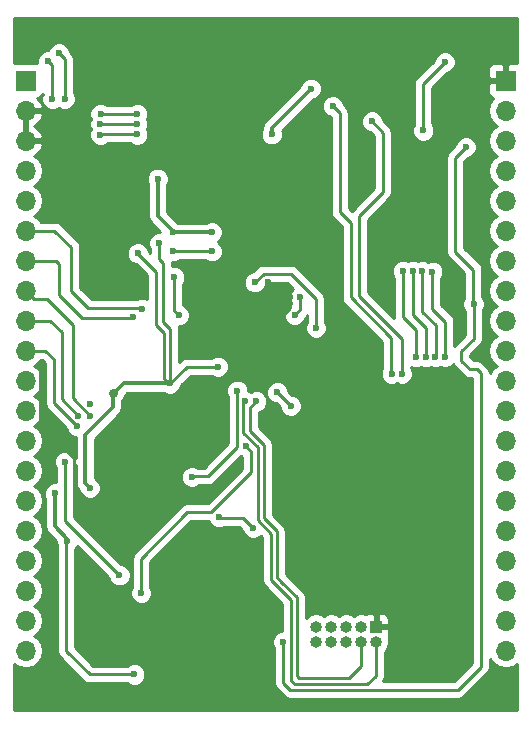
<source format=gbr>
G04 #@! TF.FileFunction,Copper,L2,Bot,Signal*
%FSLAX46Y46*%
G04 Gerber Fmt 4.6, Leading zero omitted, Abs format (unit mm)*
G04 Created by KiCad (PCBNEW 4.0.7) date 01/19/19 15:04:45*
%MOMM*%
%LPD*%
G01*
G04 APERTURE LIST*
%ADD10C,0.100000*%
%ADD11R,1.700000X1.700000*%
%ADD12O,1.700000X1.700000*%
%ADD13R,1.000000X1.000000*%
%ADD14O,1.000000X1.000000*%
%ADD15C,0.600000*%
%ADD16C,0.250000*%
%ADD17C,0.350000*%
%ADD18C,0.750000*%
%ADD19C,0.254000*%
G04 APERTURE END LIST*
D10*
D11*
X128680000Y-56000000D03*
D12*
X128680000Y-58540000D03*
X128680000Y-61080000D03*
X128680000Y-63620000D03*
X128680000Y-66160000D03*
X128680000Y-68700000D03*
X128680000Y-71240000D03*
X128680000Y-73780000D03*
X128680000Y-76320000D03*
X128680000Y-78860000D03*
X128680000Y-81400000D03*
X128680000Y-83940000D03*
X128680000Y-86480000D03*
X128680000Y-89020000D03*
X128680000Y-91560000D03*
X128680000Y-94100000D03*
X128680000Y-96640000D03*
X128680000Y-99180000D03*
X128680000Y-101720000D03*
X128680000Y-104260000D03*
D11*
X169320000Y-56000000D03*
D12*
X169320000Y-58540000D03*
X169320000Y-61080000D03*
X169320000Y-63620000D03*
X169320000Y-66160000D03*
X169320000Y-68700000D03*
X169320000Y-71240000D03*
X169320000Y-73780000D03*
X169320000Y-76320000D03*
X169320000Y-78860000D03*
X169320000Y-81400000D03*
X169320000Y-83940000D03*
X169320000Y-86480000D03*
X169320000Y-89020000D03*
X169320000Y-91560000D03*
X169320000Y-94100000D03*
X169320000Y-96640000D03*
X169320000Y-99180000D03*
X169320000Y-101720000D03*
X169320000Y-104260000D03*
D13*
X158353760Y-102229920D03*
D14*
X158353760Y-103499920D03*
X157083760Y-102229920D03*
X157083760Y-103499920D03*
X155813760Y-102229920D03*
X155813760Y-103499920D03*
X154543760Y-102229920D03*
X154543760Y-103499920D03*
X153273760Y-102229920D03*
X153273760Y-103499920D03*
D15*
X163367720Y-79390240D03*
X162278060Y-72143620D03*
X162549840Y-79405480D03*
X161450020Y-72143620D03*
X161726880Y-79400400D03*
X160599120Y-72130920D03*
X163111180Y-72171560D03*
X164211000Y-79375000D03*
X144452340Y-70444360D03*
X141150340Y-70431660D03*
X135011160Y-59674760D03*
X138140440Y-59674760D03*
X135021320Y-58821320D03*
X138145520Y-58821320D03*
X131495800Y-53695600D03*
X131983480Y-57525920D03*
X130954780Y-57536080D03*
X130611880Y-54371240D03*
X135016240Y-60558680D03*
X138135360Y-60553600D03*
X147843240Y-99308920D03*
X153306780Y-80490060D03*
X149184360Y-73058020D03*
X149108160Y-77160120D03*
X151043640Y-74279760D03*
X129895600Y-80126840D03*
X134531100Y-93840300D03*
X138196320Y-72633840D03*
X134119620Y-83337400D03*
X151950420Y-74307700D03*
X151455120Y-75841860D03*
X136626600Y-97873820D03*
X132029200Y-88252300D03*
X142750540Y-89555320D03*
X146598640Y-82245200D03*
X138440160Y-99385120D03*
X147302220Y-86959440D03*
X151124920Y-83527900D03*
X149997160Y-82392520D03*
X160553400Y-80807560D03*
X157998160Y-59448700D03*
X159669480Y-80802480D03*
X154680920Y-58150760D03*
X149504400Y-60538360D03*
X152847040Y-56667400D03*
X138508740Y-75323700D03*
X137764520Y-76032360D03*
X134157720Y-84373720D03*
X133106160Y-84353400D03*
X133027420Y-85257640D03*
X147294600Y-83157060D03*
X148224240Y-83134200D03*
X150505160Y-103510080D03*
X166603680Y-74904600D03*
X165963600Y-61607700D03*
X153276300Y-76923900D03*
X148087080Y-73075800D03*
X136093200Y-82468720D03*
X131160520Y-90937080D03*
X134127240Y-90479880D03*
X138181080Y-70622160D03*
X139971780Y-69745860D03*
X164180520Y-54406800D03*
X162351720Y-60213240D03*
X141274800Y-72656700D03*
X141640560Y-75857100D03*
X139857480Y-64305180D03*
X144465040Y-68828920D03*
X141142720Y-68849240D03*
X144978120Y-80205580D03*
X137891520Y-106273600D03*
X132207000Y-94983300D03*
X145061940Y-92971620D03*
X147924520Y-93863160D03*
X140914120Y-81633060D03*
D16*
X162278060Y-72143620D02*
X162278060Y-75572620D01*
X163410900Y-76705460D02*
X162278060Y-75572620D01*
X163410900Y-79347060D02*
X163410900Y-76705460D01*
X163410900Y-79347060D02*
X163367720Y-79390240D01*
X161450020Y-72143620D02*
X161450020Y-75839320D01*
X162542220Y-76931520D02*
X161450020Y-75839320D01*
X162542220Y-79397860D02*
X162542220Y-76931520D01*
X162542220Y-79397860D02*
X162549840Y-79405480D01*
X160599120Y-72130920D02*
X160599120Y-76009500D01*
X161726880Y-77137260D02*
X160599120Y-76009500D01*
X161726880Y-77137260D02*
X161726880Y-79400400D01*
X163111180Y-72171560D02*
X163111180Y-75293220D01*
X164205920Y-76387960D02*
X163111180Y-75293220D01*
X164205920Y-79369920D02*
X164205920Y-76387960D01*
X164205920Y-79369920D02*
X164211000Y-79375000D01*
X144439640Y-70431660D02*
X141150340Y-70431660D01*
X144439640Y-70431660D02*
X144452340Y-70444360D01*
X135011160Y-59674760D02*
X138140440Y-59674760D01*
X135021320Y-58821320D02*
X138145520Y-58821320D01*
X131978400Y-54178200D02*
X131495800Y-53695600D01*
X131978400Y-57520840D02*
X131978400Y-54178200D01*
X131983480Y-57525920D02*
X131978400Y-57520840D01*
X130611880Y-54371240D02*
X130952240Y-54711600D01*
X130952240Y-57533540D02*
X130952240Y-54711600D01*
X130952240Y-57533540D02*
X130954780Y-57536080D01*
X135021320Y-60553600D02*
X138135360Y-60553600D01*
X135021320Y-60553600D02*
X135016240Y-60558680D01*
D17*
X147843240Y-99308920D02*
X147853400Y-99308920D01*
D16*
X151028400Y-75239880D02*
X149108160Y-77160120D01*
X151028400Y-74295000D02*
X151028400Y-75239880D01*
X151043640Y-74279760D02*
X151028400Y-74295000D01*
X129895600Y-85029040D02*
X129895600Y-80126840D01*
X132770880Y-87904320D02*
X129895600Y-85029040D01*
X132770880Y-92080080D02*
X132770880Y-87904320D01*
X134531100Y-93840300D02*
X132770880Y-92080080D01*
X138196320Y-72633840D02*
X138196320Y-72649080D01*
X151950420Y-75346560D02*
X151950420Y-74307700D01*
X151455120Y-75841860D02*
X151950420Y-75346560D01*
X136626600Y-97873820D02*
X132029200Y-93276420D01*
X132029200Y-93276420D02*
X132029200Y-88252300D01*
X142750540Y-89555320D02*
X142796260Y-89509600D01*
X142796260Y-89509600D02*
X144119600Y-89509600D01*
X144119600Y-89509600D02*
X146598640Y-87030560D01*
X146598640Y-87030560D02*
X146598640Y-82245200D01*
X138440160Y-96459040D02*
X138440160Y-99385120D01*
X142372080Y-92527120D02*
X138440160Y-96459040D01*
X144406620Y-92527120D02*
X142372080Y-92527120D01*
X147782280Y-89151460D02*
X144406620Y-92527120D01*
X147782280Y-87439500D02*
X147782280Y-89151460D01*
X147302220Y-86959440D02*
X147782280Y-87439500D01*
X151124920Y-83520280D02*
X151124920Y-83527900D01*
X149997160Y-82392520D02*
X151124920Y-83520280D01*
X160553400Y-77851000D02*
X160553400Y-80807560D01*
X156911040Y-74208640D02*
X160553400Y-77851000D01*
X156911040Y-67442080D02*
X156911040Y-74208640D01*
X158935420Y-65417700D02*
X156911040Y-67442080D01*
X158935420Y-60385960D02*
X158935420Y-65417700D01*
X157998160Y-59448700D02*
X158935420Y-60385960D01*
X159654240Y-80787240D02*
X159669480Y-80802480D01*
X159654240Y-77805280D02*
X159654240Y-80787240D01*
X156199840Y-74350880D02*
X159654240Y-77805280D01*
X156199840Y-68011040D02*
X156199840Y-74350880D01*
X155265120Y-67076320D02*
X156199840Y-68011040D01*
X155265120Y-58729880D02*
X155265120Y-67076320D01*
X154686000Y-58150760D02*
X155265120Y-58729880D01*
X154686000Y-58145680D02*
X154686000Y-58150760D01*
X154680920Y-58150760D02*
X154686000Y-58145680D01*
D17*
X149504400Y-60010040D02*
X149504400Y-60538360D01*
X152847040Y-56667400D02*
X149504400Y-60010040D01*
D16*
X131123040Y-68700000D02*
X128680000Y-68700000D01*
X132542280Y-70119240D02*
X131123040Y-68700000D01*
X132542280Y-73837800D02*
X132542280Y-70119240D01*
X133959600Y-75255120D02*
X132542280Y-73837800D01*
X138440160Y-75255120D02*
X133959600Y-75255120D01*
X138508740Y-75323700D02*
X138440160Y-75255120D01*
X131280520Y-71240000D02*
X128680000Y-71240000D01*
X131536440Y-71495920D02*
X131280520Y-71240000D01*
X131536440Y-74122280D02*
X131536440Y-71495920D01*
X133466840Y-76052680D02*
X131536440Y-74122280D01*
X137744200Y-76052680D02*
X133466840Y-76052680D01*
X137764520Y-76032360D02*
X137744200Y-76052680D01*
X129403280Y-74503280D02*
X128680000Y-73780000D01*
X130520440Y-74503280D02*
X129403280Y-74503280D01*
X132669280Y-76652120D02*
X130520440Y-74503280D01*
X132669280Y-82885280D02*
X132669280Y-76652120D01*
X134157720Y-84373720D02*
X132669280Y-82885280D01*
X130736960Y-76320000D02*
X128680000Y-76320000D01*
X131719320Y-77302360D02*
X130736960Y-76320000D01*
X131719320Y-82966560D02*
X131719320Y-77302360D01*
X133106160Y-84353400D02*
X131719320Y-82966560D01*
X130363580Y-78860000D02*
X128680000Y-78860000D01*
X131079240Y-79575660D02*
X130363580Y-78860000D01*
X131079240Y-83309460D02*
X131079240Y-79575660D01*
X133027420Y-85257640D02*
X131079240Y-83309460D01*
X158353760Y-106365040D02*
X158353760Y-103499920D01*
X157599802Y-107118998D02*
X158353760Y-106365040D01*
X151447078Y-107118998D02*
X157599802Y-107118998D01*
X151165560Y-106837480D02*
X151447078Y-107118998D01*
X151165560Y-99959160D02*
X151165560Y-106837480D01*
X149473920Y-98267520D02*
X151165560Y-99959160D01*
X149473920Y-94348300D02*
X149473920Y-98267520D01*
X148346160Y-93220540D02*
X149473920Y-94348300D01*
X148346160Y-87030560D02*
X148346160Y-93220540D01*
X147119340Y-85803740D02*
X148346160Y-87030560D01*
X147119340Y-83332320D02*
X147119340Y-85803740D01*
X147294600Y-83157060D02*
X147119340Y-83332320D01*
X148846540Y-93042740D02*
X148846540Y-93057980D01*
X148224240Y-83134200D02*
X147665440Y-83693000D01*
X147665440Y-83693000D02*
X147665440Y-85636100D01*
X147665440Y-85636100D02*
X148846540Y-86817200D01*
X148846540Y-86817200D02*
X148846540Y-93042740D01*
X150334980Y-98430080D02*
X151648160Y-99743260D01*
X151648160Y-99743260D02*
X151648160Y-106392980D01*
X151648160Y-106392980D02*
X151818340Y-106563160D01*
X151818340Y-106563160D02*
X156093160Y-106563160D01*
X156093160Y-106563160D02*
X157083760Y-105572560D01*
X157083760Y-103499920D02*
X157083760Y-105572560D01*
X149946360Y-98041460D02*
X150334980Y-98430080D01*
X149946360Y-94157800D02*
X149946360Y-98041460D01*
X148846540Y-93057980D02*
X149946360Y-94157800D01*
X153977340Y-107569000D02*
X151099520Y-107569000D01*
X166603680Y-77830680D02*
X165562280Y-78872080D01*
X165562280Y-78872080D02*
X165562280Y-79692500D01*
X165562280Y-79692500D02*
X166314120Y-80444340D01*
X166314120Y-80444340D02*
X166908480Y-80444340D01*
X166908480Y-80444340D02*
X167220900Y-80756760D01*
X167220900Y-80756760D02*
X167220900Y-105613200D01*
X167220900Y-105613200D02*
X165265100Y-107569000D01*
X165265100Y-107569000D02*
X153977340Y-107569000D01*
X166603680Y-74904600D02*
X166603680Y-77830680D01*
X150505160Y-106974640D02*
X150505160Y-103510080D01*
X151099520Y-107569000D02*
X150505160Y-106974640D01*
X166578280Y-74879200D02*
X166603680Y-74904600D01*
X166578280Y-72001380D02*
X166578280Y-74879200D01*
X165069520Y-70492620D02*
X166578280Y-72001380D01*
X165069520Y-62501780D02*
X165069520Y-70492620D01*
X165963600Y-61607700D02*
X165069520Y-62501780D01*
X153276300Y-74462640D02*
X153276300Y-76923900D01*
X151142700Y-72329040D02*
X153276300Y-74462640D01*
X148833840Y-72329040D02*
X151142700Y-72329040D01*
X148087080Y-73075800D02*
X148833840Y-72329040D01*
D18*
X136039860Y-82468720D02*
X136039860Y-82423000D01*
X136093200Y-82468720D02*
X136039860Y-82468720D01*
D17*
X132207000Y-94983300D02*
X132207000Y-94785180D01*
X131160520Y-93738700D02*
X131160520Y-90937080D01*
X132207000Y-94785180D02*
X131160520Y-93738700D01*
X136039860Y-82423000D02*
X136039860Y-83667600D01*
X136039860Y-83667600D02*
X133731000Y-85976460D01*
X133731000Y-85976460D02*
X133731000Y-90083640D01*
X133731000Y-90083640D02*
X134127240Y-90479880D01*
X136039860Y-82423000D02*
X136179560Y-82423000D01*
X136179560Y-82423000D02*
X136969500Y-81633060D01*
X136969500Y-81633060D02*
X140914120Y-81633060D01*
D16*
X140914120Y-81633060D02*
X140736320Y-81633060D01*
X140736320Y-81633060D02*
X140395960Y-81292700D01*
X140395960Y-81292700D02*
X140395960Y-77370940D01*
X140395960Y-77370940D02*
X139720320Y-76695300D01*
X139720320Y-76695300D02*
X139720320Y-72176640D01*
X139720320Y-72176640D02*
X138181080Y-70637400D01*
X138181080Y-70637400D02*
X138181080Y-70622160D01*
X140914120Y-81633060D02*
X140914120Y-77028040D01*
X140914120Y-77028040D02*
X140329920Y-76443840D01*
X140329920Y-76443840D02*
X140329920Y-71437500D01*
X140329920Y-71437500D02*
X139971780Y-71079360D01*
X139971780Y-71079360D02*
X139971780Y-69745860D01*
X164180520Y-54429660D02*
X164180520Y-54406800D01*
X162306000Y-56304180D02*
X164180520Y-54429660D01*
X162306000Y-60167520D02*
X162306000Y-56304180D01*
X162351720Y-60213240D02*
X162306000Y-60167520D01*
X141274800Y-75491340D02*
X141274800Y-72656700D01*
X141640560Y-75857100D02*
X141274800Y-75491340D01*
D17*
X141142720Y-68849240D02*
X141142720Y-68722240D01*
X139857480Y-67437000D02*
X139857480Y-64305180D01*
X141142720Y-68722240D02*
X139857480Y-67437000D01*
X141163040Y-68828920D02*
X144465040Y-68828920D01*
X141142720Y-68849240D02*
X141163040Y-68828920D01*
D16*
X142341600Y-80205580D02*
X144978120Y-80205580D01*
X142341600Y-80205580D02*
X140914120Y-81633060D01*
X134112000Y-106273600D02*
X137891520Y-106273600D01*
X132100320Y-104261920D02*
X134112000Y-106273600D01*
X132100320Y-95089980D02*
X132100320Y-104261920D01*
X132207000Y-94983300D02*
X132100320Y-95089980D01*
X145074640Y-92984320D02*
X145061940Y-92971620D01*
X147045680Y-92984320D02*
X145074640Y-92984320D01*
X147924520Y-93863160D02*
X147045680Y-92984320D01*
D19*
G36*
X170290000Y-54515000D02*
X169605750Y-54515000D01*
X169447000Y-54673750D01*
X169447000Y-55873000D01*
X169467000Y-55873000D01*
X169467000Y-56127000D01*
X169447000Y-56127000D01*
X169447000Y-56147000D01*
X169193000Y-56147000D01*
X169193000Y-56127000D01*
X167993750Y-56127000D01*
X167835000Y-56285750D01*
X167835000Y-56976310D01*
X167931673Y-57209699D01*
X168110302Y-57388327D01*
X168284777Y-57460597D01*
X168240853Y-57489946D01*
X167918946Y-57971715D01*
X167805907Y-58540000D01*
X167918946Y-59108285D01*
X168240853Y-59590054D01*
X168570026Y-59810000D01*
X168240853Y-60029946D01*
X167918946Y-60511715D01*
X167805907Y-61080000D01*
X167918946Y-61648285D01*
X168240853Y-62130054D01*
X168570026Y-62350000D01*
X168240853Y-62569946D01*
X167918946Y-63051715D01*
X167805907Y-63620000D01*
X167918946Y-64188285D01*
X168240853Y-64670054D01*
X168570026Y-64890000D01*
X168240853Y-65109946D01*
X167918946Y-65591715D01*
X167805907Y-66160000D01*
X167918946Y-66728285D01*
X168240853Y-67210054D01*
X168570026Y-67430000D01*
X168240853Y-67649946D01*
X167918946Y-68131715D01*
X167805907Y-68700000D01*
X167918946Y-69268285D01*
X168240853Y-69750054D01*
X168570026Y-69970000D01*
X168240853Y-70189946D01*
X167918946Y-70671715D01*
X167805907Y-71240000D01*
X167918946Y-71808285D01*
X168240853Y-72290054D01*
X168570026Y-72510000D01*
X168240853Y-72729946D01*
X167918946Y-73211715D01*
X167805907Y-73780000D01*
X167918946Y-74348285D01*
X168240853Y-74830054D01*
X168570026Y-75050000D01*
X168240853Y-75269946D01*
X167918946Y-75751715D01*
X167805907Y-76320000D01*
X167918946Y-76888285D01*
X168240853Y-77370054D01*
X168570026Y-77590000D01*
X168240853Y-77809946D01*
X167918946Y-78291715D01*
X167805907Y-78860000D01*
X167918946Y-79428285D01*
X168240853Y-79910054D01*
X168570026Y-80130000D01*
X168240853Y-80349946D01*
X167978177Y-80743070D01*
X167923048Y-80465921D01*
X167758301Y-80219359D01*
X167445881Y-79906939D01*
X167199319Y-79742192D01*
X166908480Y-79684340D01*
X166628922Y-79684340D01*
X166322280Y-79377698D01*
X166322280Y-79186882D01*
X167141081Y-78368081D01*
X167305828Y-78121519D01*
X167363680Y-77830680D01*
X167363680Y-75467063D01*
X167395872Y-75434927D01*
X167538518Y-75091399D01*
X167538842Y-74719433D01*
X167396797Y-74375657D01*
X167338280Y-74317038D01*
X167338280Y-72001380D01*
X167280428Y-71710541D01*
X167115681Y-71463979D01*
X165829520Y-70177818D01*
X165829520Y-62816582D01*
X166103280Y-62542822D01*
X166148767Y-62542862D01*
X166492543Y-62400817D01*
X166755792Y-62138027D01*
X166898438Y-61794499D01*
X166898762Y-61422533D01*
X166756717Y-61078757D01*
X166493927Y-60815508D01*
X166150399Y-60672862D01*
X165778433Y-60672538D01*
X165434657Y-60814583D01*
X165171408Y-61077373D01*
X165028762Y-61420901D01*
X165028721Y-61467777D01*
X164532119Y-61964379D01*
X164367372Y-62210941D01*
X164309520Y-62501780D01*
X164309520Y-70492620D01*
X164367372Y-70783459D01*
X164532119Y-71030021D01*
X165818280Y-72316182D01*
X165818280Y-74367493D01*
X165811488Y-74374273D01*
X165668842Y-74717801D01*
X165668518Y-75089767D01*
X165810563Y-75433543D01*
X165843680Y-75466718D01*
X165843680Y-77515878D01*
X165024879Y-78334679D01*
X164965920Y-78422918D01*
X164965920Y-76387960D01*
X164908068Y-76097121D01*
X164743321Y-75850559D01*
X163871180Y-74978418D01*
X163871180Y-72734023D01*
X163903372Y-72701887D01*
X164046018Y-72358359D01*
X164046342Y-71986393D01*
X163904297Y-71642617D01*
X163641507Y-71379368D01*
X163297979Y-71236722D01*
X162926013Y-71236398D01*
X162728201Y-71318132D01*
X162464859Y-71208782D01*
X162092893Y-71208458D01*
X161863901Y-71303075D01*
X161636819Y-71208782D01*
X161264853Y-71208458D01*
X161039733Y-71301475D01*
X160785919Y-71196082D01*
X160413953Y-71195758D01*
X160070177Y-71337803D01*
X159806928Y-71600593D01*
X159664282Y-71944121D01*
X159663958Y-72316087D01*
X159806003Y-72659863D01*
X159839120Y-72693038D01*
X159839120Y-76009500D01*
X159852136Y-76074934D01*
X157671040Y-73893838D01*
X157671040Y-67756882D01*
X159472821Y-65955101D01*
X159637568Y-65708539D01*
X159695420Y-65417700D01*
X159695420Y-60398407D01*
X161416558Y-60398407D01*
X161558603Y-60742183D01*
X161821393Y-61005432D01*
X162164921Y-61148078D01*
X162536887Y-61148402D01*
X162880663Y-61006357D01*
X163143912Y-60743567D01*
X163286558Y-60400039D01*
X163286882Y-60028073D01*
X163144837Y-59684297D01*
X163066000Y-59605322D01*
X163066000Y-56618982D01*
X164343040Y-55341942D01*
X164365687Y-55341962D01*
X164709463Y-55199917D01*
X164885997Y-55023690D01*
X167835000Y-55023690D01*
X167835000Y-55714250D01*
X167993750Y-55873000D01*
X169193000Y-55873000D01*
X169193000Y-54673750D01*
X169034250Y-54515000D01*
X168343691Y-54515000D01*
X168110302Y-54611673D01*
X167931673Y-54790301D01*
X167835000Y-55023690D01*
X164885997Y-55023690D01*
X164972712Y-54937127D01*
X165115358Y-54593599D01*
X165115682Y-54221633D01*
X164973637Y-53877857D01*
X164710847Y-53614608D01*
X164367319Y-53471962D01*
X163995353Y-53471638D01*
X163651577Y-53613683D01*
X163388328Y-53876473D01*
X163245682Y-54220001D01*
X163245621Y-54289757D01*
X161768599Y-55766779D01*
X161603852Y-56013341D01*
X161546000Y-56304180D01*
X161546000Y-59715492D01*
X161416882Y-60026441D01*
X161416558Y-60398407D01*
X159695420Y-60398407D01*
X159695420Y-60385960D01*
X159637568Y-60095121D01*
X159472821Y-59848559D01*
X158933282Y-59309020D01*
X158933322Y-59263533D01*
X158791277Y-58919757D01*
X158528487Y-58656508D01*
X158184959Y-58513862D01*
X157812993Y-58513538D01*
X157469217Y-58655583D01*
X157205968Y-58918373D01*
X157063322Y-59261901D01*
X157062998Y-59633867D01*
X157205043Y-59977643D01*
X157467833Y-60240892D01*
X157811361Y-60383538D01*
X157858237Y-60383579D01*
X158175420Y-60700762D01*
X158175420Y-65102898D01*
X156373639Y-66904679D01*
X156291384Y-67027782D01*
X156025120Y-66761518D01*
X156025120Y-58729880D01*
X156016929Y-58688700D01*
X155967268Y-58439040D01*
X155802521Y-58192479D01*
X155616047Y-58006005D01*
X155616082Y-57965593D01*
X155474037Y-57621817D01*
X155211247Y-57358568D01*
X154867719Y-57215922D01*
X154495753Y-57215598D01*
X154151977Y-57357643D01*
X153888728Y-57620433D01*
X153746082Y-57963961D01*
X153745758Y-58335927D01*
X153887803Y-58679703D01*
X154150593Y-58942952D01*
X154494121Y-59085598D01*
X154505120Y-59085608D01*
X154505120Y-67076320D01*
X154562972Y-67367159D01*
X154727719Y-67613721D01*
X155439840Y-68325842D01*
X155439840Y-74350880D01*
X155497692Y-74641719D01*
X155662439Y-74888281D01*
X158894240Y-78120082D01*
X158894240Y-80255231D01*
X158877288Y-80272153D01*
X158734642Y-80615681D01*
X158734318Y-80987647D01*
X158876363Y-81331423D01*
X159139153Y-81594672D01*
X159482681Y-81737318D01*
X159854647Y-81737642D01*
X160105516Y-81633985D01*
X160366601Y-81742398D01*
X160738567Y-81742722D01*
X161082343Y-81600677D01*
X161345592Y-81337887D01*
X161488238Y-80994359D01*
X161488562Y-80622393D01*
X161346517Y-80278617D01*
X161313400Y-80245442D01*
X161313400Y-80241111D01*
X161540081Y-80335238D01*
X161912047Y-80335562D01*
X162132360Y-80244531D01*
X162363041Y-80340318D01*
X162735007Y-80340642D01*
X162977302Y-80240528D01*
X163180921Y-80325078D01*
X163552887Y-80325402D01*
X163807914Y-80220027D01*
X164024201Y-80309838D01*
X164396167Y-80310162D01*
X164739943Y-80168117D01*
X164886105Y-80022210D01*
X165024879Y-80229901D01*
X165776719Y-80981741D01*
X166023280Y-81146488D01*
X166314120Y-81204340D01*
X166460900Y-81204340D01*
X166460900Y-105298398D01*
X164950298Y-106809000D01*
X158953596Y-106809000D01*
X159055908Y-106655879D01*
X159113760Y-106365040D01*
X159113760Y-104353164D01*
X159156326Y-104324722D01*
X159402363Y-103956502D01*
X159488760Y-103522156D01*
X159488760Y-103477684D01*
X159405248Y-103057844D01*
X159488760Y-102856229D01*
X159488760Y-102515670D01*
X159330010Y-102356920D01*
X158480760Y-102356920D01*
X158480760Y-102367946D01*
X158353760Y-102342684D01*
X158226760Y-102367946D01*
X158226760Y-102356920D01*
X158206760Y-102356920D01*
X158206760Y-102312484D01*
X158218760Y-102252156D01*
X158218760Y-102207684D01*
X158206760Y-102147356D01*
X158206760Y-102102920D01*
X158226760Y-102102920D01*
X158226760Y-101253670D01*
X158480760Y-101253670D01*
X158480760Y-102102920D01*
X159330010Y-102102920D01*
X159488760Y-101944170D01*
X159488760Y-101603611D01*
X159392087Y-101370222D01*
X159213459Y-101191593D01*
X158980070Y-101094920D01*
X158639510Y-101094920D01*
X158480760Y-101253670D01*
X158226760Y-101253670D01*
X158068010Y-101094920D01*
X157727450Y-101094920D01*
X157538942Y-101173003D01*
X157518106Y-101159081D01*
X157083760Y-101072684D01*
X156649414Y-101159081D01*
X156448760Y-101293154D01*
X156248106Y-101159081D01*
X155813760Y-101072684D01*
X155379414Y-101159081D01*
X155178760Y-101293154D01*
X154978106Y-101159081D01*
X154543760Y-101072684D01*
X154109414Y-101159081D01*
X153908760Y-101293154D01*
X153708106Y-101159081D01*
X153273760Y-101072684D01*
X152839414Y-101159081D01*
X152471194Y-101405118D01*
X152408160Y-101499455D01*
X152408160Y-99743260D01*
X152350308Y-99452421D01*
X152185561Y-99205859D01*
X150706360Y-97726658D01*
X150706360Y-94157800D01*
X150682216Y-94036420D01*
X150648508Y-93866960D01*
X150483761Y-93620399D01*
X149606540Y-92743178D01*
X149606540Y-86817200D01*
X149548688Y-86526361D01*
X149383941Y-86279799D01*
X148425440Y-85321298D01*
X148425440Y-84062737D01*
X148753183Y-83927317D01*
X149016432Y-83664527D01*
X149159078Y-83320999D01*
X149159402Y-82949033D01*
X149017357Y-82605257D01*
X148989836Y-82577687D01*
X149061998Y-82577687D01*
X149204043Y-82921463D01*
X149466833Y-83184712D01*
X149810361Y-83327358D01*
X149857237Y-83327399D01*
X150189804Y-83659966D01*
X150189758Y-83713067D01*
X150331803Y-84056843D01*
X150594593Y-84320092D01*
X150938121Y-84462738D01*
X151310087Y-84463062D01*
X151653863Y-84321017D01*
X151917112Y-84058227D01*
X152059758Y-83714699D01*
X152060082Y-83342733D01*
X151918037Y-82998957D01*
X151655247Y-82735708D01*
X151311719Y-82593062D01*
X151272470Y-82593028D01*
X150932282Y-82252840D01*
X150932322Y-82207353D01*
X150790277Y-81863577D01*
X150527487Y-81600328D01*
X150183959Y-81457682D01*
X149811993Y-81457358D01*
X149468217Y-81599403D01*
X149204968Y-81862193D01*
X149062322Y-82205721D01*
X149061998Y-82577687D01*
X148989836Y-82577687D01*
X148754567Y-82342008D01*
X148411039Y-82199362D01*
X148039073Y-82199038D01*
X147731561Y-82326099D01*
X147533642Y-82243915D01*
X147533802Y-82060033D01*
X147391757Y-81716257D01*
X147128967Y-81453008D01*
X146785439Y-81310362D01*
X146413473Y-81310038D01*
X146069697Y-81452083D01*
X145806448Y-81714873D01*
X145663802Y-82058401D01*
X145663478Y-82430367D01*
X145805523Y-82774143D01*
X145838640Y-82807318D01*
X145838640Y-86715758D01*
X143804798Y-88749600D01*
X143248288Y-88749600D01*
X142937339Y-88620482D01*
X142565373Y-88620158D01*
X142221597Y-88762203D01*
X141958348Y-89024993D01*
X141815702Y-89368521D01*
X141815378Y-89740487D01*
X141957423Y-90084263D01*
X142220213Y-90347512D01*
X142563741Y-90490158D01*
X142935707Y-90490482D01*
X143279483Y-90348437D01*
X143358458Y-90269600D01*
X144119600Y-90269600D01*
X144410439Y-90211748D01*
X144657001Y-90047001D01*
X146899417Y-87804585D01*
X147022280Y-87855602D01*
X147022280Y-88836658D01*
X144091818Y-91767120D01*
X142372080Y-91767120D01*
X142081241Y-91824972D01*
X141834679Y-91989719D01*
X137902759Y-95921639D01*
X137738012Y-96168201D01*
X137680160Y-96459040D01*
X137680160Y-98822657D01*
X137647968Y-98854793D01*
X137505322Y-99198321D01*
X137504998Y-99570287D01*
X137647043Y-99914063D01*
X137909833Y-100177312D01*
X138253361Y-100319958D01*
X138625327Y-100320282D01*
X138969103Y-100178237D01*
X139232352Y-99915447D01*
X139374998Y-99571919D01*
X139375322Y-99199953D01*
X139233277Y-98856177D01*
X139200160Y-98823002D01*
X139200160Y-96773842D01*
X142686882Y-93287120D01*
X144180630Y-93287120D01*
X144268823Y-93500563D01*
X144531613Y-93763812D01*
X144875141Y-93906458D01*
X145247107Y-93906782D01*
X145590883Y-93764737D01*
X145611336Y-93744320D01*
X146730878Y-93744320D01*
X146989398Y-94002840D01*
X146989358Y-94048327D01*
X147131403Y-94392103D01*
X147394193Y-94655352D01*
X147737721Y-94797998D01*
X148109687Y-94798322D01*
X148453463Y-94656277D01*
X148580390Y-94529572D01*
X148713920Y-94663102D01*
X148713920Y-98267520D01*
X148771772Y-98558359D01*
X148936519Y-98804921D01*
X150405560Y-100273962D01*
X150405560Y-102574993D01*
X150319993Y-102574918D01*
X149976217Y-102716963D01*
X149712968Y-102979753D01*
X149570322Y-103323281D01*
X149569998Y-103695247D01*
X149712043Y-104039023D01*
X149745160Y-104072198D01*
X149745160Y-106974640D01*
X149803012Y-107265479D01*
X149967759Y-107512041D01*
X150562119Y-108106401D01*
X150808681Y-108271148D01*
X151099520Y-108329000D01*
X165265100Y-108329000D01*
X165555939Y-108271148D01*
X165802501Y-108106401D01*
X167758301Y-106150601D01*
X167923048Y-105904039D01*
X167980900Y-105613200D01*
X167980900Y-104921006D01*
X168240853Y-105310054D01*
X168722622Y-105631961D01*
X169290907Y-105745000D01*
X169349093Y-105745000D01*
X169917378Y-105631961D01*
X170290000Y-105382984D01*
X170290000Y-109290000D01*
X127710000Y-109290000D01*
X127710000Y-105382984D01*
X128082622Y-105631961D01*
X128650907Y-105745000D01*
X128709093Y-105745000D01*
X129277378Y-105631961D01*
X129759147Y-105310054D01*
X130081054Y-104828285D01*
X130194093Y-104260000D01*
X130081054Y-103691715D01*
X129759147Y-103209946D01*
X129429974Y-102990000D01*
X129759147Y-102770054D01*
X130081054Y-102288285D01*
X130194093Y-101720000D01*
X130081054Y-101151715D01*
X129759147Y-100669946D01*
X129429974Y-100450000D01*
X129759147Y-100230054D01*
X130081054Y-99748285D01*
X130194093Y-99180000D01*
X130081054Y-98611715D01*
X129759147Y-98129946D01*
X129429974Y-97910000D01*
X129759147Y-97690054D01*
X130081054Y-97208285D01*
X130194093Y-96640000D01*
X130081054Y-96071715D01*
X129759147Y-95589946D01*
X129429974Y-95370000D01*
X129759147Y-95150054D01*
X130081054Y-94668285D01*
X130194093Y-94100000D01*
X130081054Y-93531715D01*
X129759147Y-93049946D01*
X129429974Y-92830000D01*
X129759147Y-92610054D01*
X130081054Y-92128285D01*
X130194093Y-91560000D01*
X130081054Y-90991715D01*
X129759147Y-90509946D01*
X129429974Y-90290000D01*
X129759147Y-90070054D01*
X130081054Y-89588285D01*
X130194093Y-89020000D01*
X130081054Y-88451715D01*
X129759147Y-87969946D01*
X129429974Y-87750000D01*
X129759147Y-87530054D01*
X130081054Y-87048285D01*
X130194093Y-86480000D01*
X130081054Y-85911715D01*
X129759147Y-85429946D01*
X129429974Y-85210000D01*
X129759147Y-84990054D01*
X130081054Y-84508285D01*
X130194093Y-83940000D01*
X130081054Y-83371715D01*
X129759147Y-82889946D01*
X129429974Y-82670000D01*
X129759147Y-82450054D01*
X130081054Y-81968285D01*
X130194093Y-81400000D01*
X130081054Y-80831715D01*
X129759147Y-80349946D01*
X129429974Y-80130000D01*
X129759147Y-79910054D01*
X129952954Y-79620000D01*
X130048778Y-79620000D01*
X130319240Y-79890462D01*
X130319240Y-83309460D01*
X130377092Y-83600299D01*
X130541839Y-83846861D01*
X132092298Y-85397320D01*
X132092258Y-85442807D01*
X132234303Y-85786583D01*
X132497093Y-86049832D01*
X132840621Y-86192478D01*
X132921000Y-86192548D01*
X132921000Y-87962189D01*
X132822317Y-87723357D01*
X132559527Y-87460108D01*
X132215999Y-87317462D01*
X131844033Y-87317138D01*
X131500257Y-87459183D01*
X131237008Y-87721973D01*
X131094362Y-88065501D01*
X131094038Y-88437467D01*
X131236083Y-88781243D01*
X131269200Y-88814418D01*
X131269200Y-90002174D01*
X130975353Y-90001918D01*
X130631577Y-90143963D01*
X130368328Y-90406753D01*
X130225682Y-90750281D01*
X130225358Y-91122247D01*
X130350520Y-91425163D01*
X130350520Y-93738700D01*
X130412178Y-94048674D01*
X130587764Y-94311456D01*
X131271989Y-94995681D01*
X131271838Y-95168467D01*
X131340320Y-95334207D01*
X131340320Y-104261920D01*
X131398172Y-104552759D01*
X131562919Y-104799321D01*
X133574599Y-106811001D01*
X133821161Y-106975748D01*
X134112000Y-107033600D01*
X137329057Y-107033600D01*
X137361193Y-107065792D01*
X137704721Y-107208438D01*
X138076687Y-107208762D01*
X138420463Y-107066717D01*
X138683712Y-106803927D01*
X138826358Y-106460399D01*
X138826682Y-106088433D01*
X138684637Y-105744657D01*
X138421847Y-105481408D01*
X138078319Y-105338762D01*
X137706353Y-105338438D01*
X137362577Y-105480483D01*
X137329402Y-105513600D01*
X134426802Y-105513600D01*
X132860320Y-103947118D01*
X132860320Y-95652257D01*
X132999192Y-95513627D01*
X133055647Y-95377669D01*
X135691478Y-98013500D01*
X135691438Y-98058987D01*
X135833483Y-98402763D01*
X136096273Y-98666012D01*
X136439801Y-98808658D01*
X136811767Y-98808982D01*
X137155543Y-98666937D01*
X137418792Y-98404147D01*
X137561438Y-98060619D01*
X137561762Y-97688653D01*
X137419717Y-97344877D01*
X137156927Y-97081628D01*
X136813399Y-96938982D01*
X136766523Y-96938941D01*
X132789200Y-92961618D01*
X132789200Y-88814763D01*
X132821392Y-88782627D01*
X132921000Y-88542745D01*
X132921000Y-90083640D01*
X132982658Y-90393614D01*
X133057084Y-90505000D01*
X133158244Y-90656396D01*
X133209810Y-90707962D01*
X133334123Y-91008823D01*
X133596913Y-91272072D01*
X133940441Y-91414718D01*
X134312407Y-91415042D01*
X134656183Y-91272997D01*
X134919432Y-91010207D01*
X135062078Y-90666679D01*
X135062402Y-90294713D01*
X134920357Y-89950937D01*
X134657567Y-89687688D01*
X134541000Y-89639285D01*
X134541000Y-86311972D01*
X136612616Y-84240357D01*
X136765461Y-84011608D01*
X136788202Y-83977574D01*
X136849860Y-83667600D01*
X136849860Y-83119319D01*
X137026318Y-82855230D01*
X137059461Y-82688612D01*
X137305013Y-82443060D01*
X140426679Y-82443060D01*
X140727321Y-82567898D01*
X141099287Y-82568222D01*
X141443063Y-82426177D01*
X141706312Y-82163387D01*
X141848958Y-81819859D01*
X141848999Y-81772983D01*
X142656402Y-80965580D01*
X144415657Y-80965580D01*
X144447793Y-80997772D01*
X144791321Y-81140418D01*
X145163287Y-81140742D01*
X145507063Y-80998697D01*
X145770312Y-80735907D01*
X145912958Y-80392379D01*
X145913282Y-80020413D01*
X145771237Y-79676637D01*
X145508447Y-79413388D01*
X145164919Y-79270742D01*
X144792953Y-79270418D01*
X144449177Y-79412463D01*
X144416002Y-79445580D01*
X142341600Y-79445580D01*
X142050761Y-79503432D01*
X141804199Y-79668179D01*
X141674120Y-79798258D01*
X141674120Y-77028040D01*
X141627186Y-76792089D01*
X141825727Y-76792262D01*
X142169503Y-76650217D01*
X142432752Y-76387427D01*
X142575398Y-76043899D01*
X142575722Y-75671933D01*
X142433677Y-75328157D01*
X142170887Y-75064908D01*
X142034800Y-75008399D01*
X142034800Y-73260967D01*
X147151918Y-73260967D01*
X147293963Y-73604743D01*
X147556753Y-73867992D01*
X147900281Y-74010638D01*
X148272247Y-74010962D01*
X148616023Y-73868917D01*
X148879272Y-73606127D01*
X149021918Y-73262599D01*
X149021959Y-73215723D01*
X149148642Y-73089040D01*
X150827898Y-73089040D01*
X151337386Y-73598528D01*
X151158228Y-73777373D01*
X151015582Y-74120901D01*
X151015258Y-74492867D01*
X151157303Y-74836643D01*
X151190420Y-74869818D01*
X151190420Y-74939560D01*
X150926177Y-75048743D01*
X150662928Y-75311533D01*
X150520282Y-75655061D01*
X150519958Y-76027027D01*
X150662003Y-76370803D01*
X150924793Y-76634052D01*
X151268321Y-76776698D01*
X151640287Y-76777022D01*
X151984063Y-76634977D01*
X152247312Y-76372187D01*
X152389958Y-76028659D01*
X152389999Y-75981783D01*
X152487821Y-75883961D01*
X152516300Y-75841339D01*
X152516300Y-76361437D01*
X152484108Y-76393573D01*
X152341462Y-76737101D01*
X152341138Y-77109067D01*
X152483183Y-77452843D01*
X152745973Y-77716092D01*
X153089501Y-77858738D01*
X153461467Y-77859062D01*
X153805243Y-77717017D01*
X154068492Y-77454227D01*
X154211138Y-77110699D01*
X154211462Y-76738733D01*
X154069417Y-76394957D01*
X154036300Y-76361782D01*
X154036300Y-74462640D01*
X153978448Y-74171801D01*
X153813701Y-73925239D01*
X151680101Y-71791639D01*
X151433539Y-71626892D01*
X151142700Y-71569040D01*
X148833840Y-71569040D01*
X148543001Y-71626892D01*
X148296439Y-71791639D01*
X147947400Y-72140678D01*
X147901913Y-72140638D01*
X147558137Y-72282683D01*
X147294888Y-72545473D01*
X147152242Y-72889001D01*
X147151918Y-73260967D01*
X142034800Y-73260967D01*
X142034800Y-73219163D01*
X142066992Y-73187027D01*
X142209638Y-72843499D01*
X142209962Y-72471533D01*
X142067917Y-72127757D01*
X141805127Y-71864508D01*
X141461599Y-71721862D01*
X141089920Y-71721538D01*
X141089920Y-71437500D01*
X141075816Y-71366596D01*
X141335507Y-71366822D01*
X141679283Y-71224777D01*
X141712458Y-71191660D01*
X143877199Y-71191660D01*
X143922013Y-71236552D01*
X144265541Y-71379198D01*
X144637507Y-71379522D01*
X144981283Y-71237477D01*
X145244532Y-70974687D01*
X145387178Y-70631159D01*
X145387502Y-70259193D01*
X145245457Y-69915417D01*
X144982667Y-69652168D01*
X144951940Y-69639409D01*
X144993983Y-69622037D01*
X145257232Y-69359247D01*
X145399878Y-69015719D01*
X145400202Y-68643753D01*
X145258157Y-68299977D01*
X144995367Y-68036728D01*
X144651839Y-67894082D01*
X144279873Y-67893758D01*
X143976957Y-68018920D01*
X141584913Y-68018920D01*
X140667480Y-67101488D01*
X140667480Y-64792621D01*
X140792318Y-64491979D01*
X140792642Y-64120013D01*
X140650597Y-63776237D01*
X140387807Y-63512988D01*
X140044279Y-63370342D01*
X139672313Y-63370018D01*
X139328537Y-63512063D01*
X139065288Y-63774853D01*
X138922642Y-64118381D01*
X138922318Y-64490347D01*
X139047480Y-64793263D01*
X139047480Y-67437000D01*
X139109138Y-67746974D01*
X139260764Y-67973898D01*
X139284724Y-68009756D01*
X140085926Y-68810959D01*
X139786613Y-68810698D01*
X139442837Y-68952743D01*
X139179588Y-69215533D01*
X139036942Y-69559061D01*
X139036618Y-69931027D01*
X139178663Y-70274803D01*
X139211780Y-70307978D01*
X139211780Y-70593298D01*
X139116189Y-70497707D01*
X139116242Y-70436993D01*
X138974197Y-70093217D01*
X138711407Y-69829968D01*
X138367879Y-69687322D01*
X137995913Y-69686998D01*
X137652137Y-69829043D01*
X137388888Y-70091833D01*
X137246242Y-70435361D01*
X137245918Y-70807327D01*
X137387963Y-71151103D01*
X137650753Y-71414352D01*
X137994281Y-71556998D01*
X138025904Y-71557026D01*
X138960320Y-72491442D01*
X138960320Y-74498809D01*
X138695539Y-74388862D01*
X138323573Y-74388538D01*
X138065624Y-74495120D01*
X134274402Y-74495120D01*
X133302280Y-73522998D01*
X133302280Y-70119240D01*
X133244428Y-69828401D01*
X133244428Y-69828400D01*
X133079681Y-69581839D01*
X131660441Y-68162599D01*
X131413879Y-67997852D01*
X131123040Y-67940000D01*
X129952954Y-67940000D01*
X129759147Y-67649946D01*
X129429974Y-67430000D01*
X129759147Y-67210054D01*
X130081054Y-66728285D01*
X130194093Y-66160000D01*
X130081054Y-65591715D01*
X129759147Y-65109946D01*
X129429974Y-64890000D01*
X129759147Y-64670054D01*
X130081054Y-64188285D01*
X130194093Y-63620000D01*
X130081054Y-63051715D01*
X129759147Y-62569946D01*
X129418447Y-62342298D01*
X129561358Y-62275183D01*
X129951645Y-61846924D01*
X130121476Y-61436890D01*
X130000155Y-61207000D01*
X128807000Y-61207000D01*
X128807000Y-61227000D01*
X128553000Y-61227000D01*
X128553000Y-61207000D01*
X128533000Y-61207000D01*
X128533000Y-60953000D01*
X128553000Y-60953000D01*
X128553000Y-58667000D01*
X128807000Y-58667000D01*
X128807000Y-60953000D01*
X130000155Y-60953000D01*
X130121476Y-60723110D01*
X129951645Y-60313076D01*
X129561358Y-59884817D01*
X129508359Y-59859927D01*
X134075998Y-59859927D01*
X134184722Y-60123060D01*
X134081402Y-60371881D01*
X134081078Y-60743847D01*
X134223123Y-61087623D01*
X134485913Y-61350872D01*
X134829441Y-61493518D01*
X135201407Y-61493842D01*
X135545183Y-61351797D01*
X135583447Y-61313600D01*
X137572897Y-61313600D01*
X137605033Y-61345792D01*
X137948561Y-61488438D01*
X138320527Y-61488762D01*
X138664303Y-61346717D01*
X138927552Y-61083927D01*
X139070198Y-60740399D01*
X139070212Y-60723527D01*
X148569238Y-60723527D01*
X148711283Y-61067303D01*
X148974073Y-61330552D01*
X149317601Y-61473198D01*
X149689567Y-61473522D01*
X150033343Y-61331477D01*
X150296592Y-61068687D01*
X150439238Y-60725159D01*
X150439562Y-60353193D01*
X150400733Y-60259219D01*
X153075124Y-57584829D01*
X153375983Y-57460517D01*
X153639232Y-57197727D01*
X153781878Y-56854199D01*
X153782202Y-56482233D01*
X153640157Y-56138457D01*
X153377367Y-55875208D01*
X153033839Y-55732562D01*
X152661873Y-55732238D01*
X152318097Y-55874283D01*
X152054848Y-56137073D01*
X151929156Y-56439771D01*
X148931644Y-59437284D01*
X148756058Y-59700066D01*
X148694400Y-60010040D01*
X148694400Y-60050919D01*
X148569562Y-60351561D01*
X148569238Y-60723527D01*
X139070212Y-60723527D01*
X139070522Y-60368433D01*
X138967917Y-60120111D01*
X139075278Y-59861559D01*
X139075602Y-59489593D01*
X138978258Y-59254002D01*
X139080358Y-59008119D01*
X139080682Y-58636153D01*
X138938637Y-58292377D01*
X138675847Y-58029128D01*
X138332319Y-57886482D01*
X137960353Y-57886158D01*
X137616577Y-58028203D01*
X137583402Y-58061320D01*
X135583783Y-58061320D01*
X135551647Y-58029128D01*
X135208119Y-57886482D01*
X134836153Y-57886158D01*
X134492377Y-58028203D01*
X134229128Y-58290993D01*
X134086482Y-58634521D01*
X134086158Y-59006487D01*
X134180968Y-59235946D01*
X134076322Y-59487961D01*
X134075998Y-59859927D01*
X129508359Y-59859927D01*
X129402046Y-59810000D01*
X129561358Y-59735183D01*
X129951645Y-59306924D01*
X130121476Y-58896890D01*
X130000155Y-58667000D01*
X128807000Y-58667000D01*
X128553000Y-58667000D01*
X128533000Y-58667000D01*
X128533000Y-58413000D01*
X128553000Y-58413000D01*
X128553000Y-58393000D01*
X128807000Y-58393000D01*
X128807000Y-58413000D01*
X130000155Y-58413000D01*
X130121476Y-58183110D01*
X129951645Y-57773076D01*
X129675499Y-57470063D01*
X129765317Y-57453162D01*
X129981441Y-57314090D01*
X130116839Y-57115928D01*
X130019942Y-57349281D01*
X130019618Y-57721247D01*
X130161663Y-58065023D01*
X130424453Y-58328272D01*
X130767981Y-58470918D01*
X131139947Y-58471242D01*
X131481781Y-58329999D01*
X131796681Y-58460758D01*
X132168647Y-58461082D01*
X132512423Y-58319037D01*
X132775672Y-58056247D01*
X132918318Y-57712719D01*
X132918642Y-57340753D01*
X132776597Y-56996977D01*
X132738400Y-56958713D01*
X132738400Y-54178200D01*
X132680548Y-53887361D01*
X132680548Y-53887360D01*
X132515801Y-53640799D01*
X132430922Y-53555920D01*
X132430962Y-53510433D01*
X132288917Y-53166657D01*
X132026127Y-52903408D01*
X131682599Y-52760762D01*
X131310633Y-52760438D01*
X130966857Y-52902483D01*
X130703608Y-53165273D01*
X130591100Y-53436221D01*
X130426713Y-53436078D01*
X130082937Y-53578123D01*
X129819688Y-53840913D01*
X129677042Y-54184441D01*
X129676739Y-54532275D01*
X129530000Y-54502560D01*
X127830000Y-54502560D01*
X127710000Y-54525140D01*
X127710000Y-50710000D01*
X170290000Y-50710000D01*
X170290000Y-54515000D01*
X170290000Y-54515000D01*
G37*
X170290000Y-54515000D02*
X169605750Y-54515000D01*
X169447000Y-54673750D01*
X169447000Y-55873000D01*
X169467000Y-55873000D01*
X169467000Y-56127000D01*
X169447000Y-56127000D01*
X169447000Y-56147000D01*
X169193000Y-56147000D01*
X169193000Y-56127000D01*
X167993750Y-56127000D01*
X167835000Y-56285750D01*
X167835000Y-56976310D01*
X167931673Y-57209699D01*
X168110302Y-57388327D01*
X168284777Y-57460597D01*
X168240853Y-57489946D01*
X167918946Y-57971715D01*
X167805907Y-58540000D01*
X167918946Y-59108285D01*
X168240853Y-59590054D01*
X168570026Y-59810000D01*
X168240853Y-60029946D01*
X167918946Y-60511715D01*
X167805907Y-61080000D01*
X167918946Y-61648285D01*
X168240853Y-62130054D01*
X168570026Y-62350000D01*
X168240853Y-62569946D01*
X167918946Y-63051715D01*
X167805907Y-63620000D01*
X167918946Y-64188285D01*
X168240853Y-64670054D01*
X168570026Y-64890000D01*
X168240853Y-65109946D01*
X167918946Y-65591715D01*
X167805907Y-66160000D01*
X167918946Y-66728285D01*
X168240853Y-67210054D01*
X168570026Y-67430000D01*
X168240853Y-67649946D01*
X167918946Y-68131715D01*
X167805907Y-68700000D01*
X167918946Y-69268285D01*
X168240853Y-69750054D01*
X168570026Y-69970000D01*
X168240853Y-70189946D01*
X167918946Y-70671715D01*
X167805907Y-71240000D01*
X167918946Y-71808285D01*
X168240853Y-72290054D01*
X168570026Y-72510000D01*
X168240853Y-72729946D01*
X167918946Y-73211715D01*
X167805907Y-73780000D01*
X167918946Y-74348285D01*
X168240853Y-74830054D01*
X168570026Y-75050000D01*
X168240853Y-75269946D01*
X167918946Y-75751715D01*
X167805907Y-76320000D01*
X167918946Y-76888285D01*
X168240853Y-77370054D01*
X168570026Y-77590000D01*
X168240853Y-77809946D01*
X167918946Y-78291715D01*
X167805907Y-78860000D01*
X167918946Y-79428285D01*
X168240853Y-79910054D01*
X168570026Y-80130000D01*
X168240853Y-80349946D01*
X167978177Y-80743070D01*
X167923048Y-80465921D01*
X167758301Y-80219359D01*
X167445881Y-79906939D01*
X167199319Y-79742192D01*
X166908480Y-79684340D01*
X166628922Y-79684340D01*
X166322280Y-79377698D01*
X166322280Y-79186882D01*
X167141081Y-78368081D01*
X167305828Y-78121519D01*
X167363680Y-77830680D01*
X167363680Y-75467063D01*
X167395872Y-75434927D01*
X167538518Y-75091399D01*
X167538842Y-74719433D01*
X167396797Y-74375657D01*
X167338280Y-74317038D01*
X167338280Y-72001380D01*
X167280428Y-71710541D01*
X167115681Y-71463979D01*
X165829520Y-70177818D01*
X165829520Y-62816582D01*
X166103280Y-62542822D01*
X166148767Y-62542862D01*
X166492543Y-62400817D01*
X166755792Y-62138027D01*
X166898438Y-61794499D01*
X166898762Y-61422533D01*
X166756717Y-61078757D01*
X166493927Y-60815508D01*
X166150399Y-60672862D01*
X165778433Y-60672538D01*
X165434657Y-60814583D01*
X165171408Y-61077373D01*
X165028762Y-61420901D01*
X165028721Y-61467777D01*
X164532119Y-61964379D01*
X164367372Y-62210941D01*
X164309520Y-62501780D01*
X164309520Y-70492620D01*
X164367372Y-70783459D01*
X164532119Y-71030021D01*
X165818280Y-72316182D01*
X165818280Y-74367493D01*
X165811488Y-74374273D01*
X165668842Y-74717801D01*
X165668518Y-75089767D01*
X165810563Y-75433543D01*
X165843680Y-75466718D01*
X165843680Y-77515878D01*
X165024879Y-78334679D01*
X164965920Y-78422918D01*
X164965920Y-76387960D01*
X164908068Y-76097121D01*
X164743321Y-75850559D01*
X163871180Y-74978418D01*
X163871180Y-72734023D01*
X163903372Y-72701887D01*
X164046018Y-72358359D01*
X164046342Y-71986393D01*
X163904297Y-71642617D01*
X163641507Y-71379368D01*
X163297979Y-71236722D01*
X162926013Y-71236398D01*
X162728201Y-71318132D01*
X162464859Y-71208782D01*
X162092893Y-71208458D01*
X161863901Y-71303075D01*
X161636819Y-71208782D01*
X161264853Y-71208458D01*
X161039733Y-71301475D01*
X160785919Y-71196082D01*
X160413953Y-71195758D01*
X160070177Y-71337803D01*
X159806928Y-71600593D01*
X159664282Y-71944121D01*
X159663958Y-72316087D01*
X159806003Y-72659863D01*
X159839120Y-72693038D01*
X159839120Y-76009500D01*
X159852136Y-76074934D01*
X157671040Y-73893838D01*
X157671040Y-67756882D01*
X159472821Y-65955101D01*
X159637568Y-65708539D01*
X159695420Y-65417700D01*
X159695420Y-60398407D01*
X161416558Y-60398407D01*
X161558603Y-60742183D01*
X161821393Y-61005432D01*
X162164921Y-61148078D01*
X162536887Y-61148402D01*
X162880663Y-61006357D01*
X163143912Y-60743567D01*
X163286558Y-60400039D01*
X163286882Y-60028073D01*
X163144837Y-59684297D01*
X163066000Y-59605322D01*
X163066000Y-56618982D01*
X164343040Y-55341942D01*
X164365687Y-55341962D01*
X164709463Y-55199917D01*
X164885997Y-55023690D01*
X167835000Y-55023690D01*
X167835000Y-55714250D01*
X167993750Y-55873000D01*
X169193000Y-55873000D01*
X169193000Y-54673750D01*
X169034250Y-54515000D01*
X168343691Y-54515000D01*
X168110302Y-54611673D01*
X167931673Y-54790301D01*
X167835000Y-55023690D01*
X164885997Y-55023690D01*
X164972712Y-54937127D01*
X165115358Y-54593599D01*
X165115682Y-54221633D01*
X164973637Y-53877857D01*
X164710847Y-53614608D01*
X164367319Y-53471962D01*
X163995353Y-53471638D01*
X163651577Y-53613683D01*
X163388328Y-53876473D01*
X163245682Y-54220001D01*
X163245621Y-54289757D01*
X161768599Y-55766779D01*
X161603852Y-56013341D01*
X161546000Y-56304180D01*
X161546000Y-59715492D01*
X161416882Y-60026441D01*
X161416558Y-60398407D01*
X159695420Y-60398407D01*
X159695420Y-60385960D01*
X159637568Y-60095121D01*
X159472821Y-59848559D01*
X158933282Y-59309020D01*
X158933322Y-59263533D01*
X158791277Y-58919757D01*
X158528487Y-58656508D01*
X158184959Y-58513862D01*
X157812993Y-58513538D01*
X157469217Y-58655583D01*
X157205968Y-58918373D01*
X157063322Y-59261901D01*
X157062998Y-59633867D01*
X157205043Y-59977643D01*
X157467833Y-60240892D01*
X157811361Y-60383538D01*
X157858237Y-60383579D01*
X158175420Y-60700762D01*
X158175420Y-65102898D01*
X156373639Y-66904679D01*
X156291384Y-67027782D01*
X156025120Y-66761518D01*
X156025120Y-58729880D01*
X156016929Y-58688700D01*
X155967268Y-58439040D01*
X155802521Y-58192479D01*
X155616047Y-58006005D01*
X155616082Y-57965593D01*
X155474037Y-57621817D01*
X155211247Y-57358568D01*
X154867719Y-57215922D01*
X154495753Y-57215598D01*
X154151977Y-57357643D01*
X153888728Y-57620433D01*
X153746082Y-57963961D01*
X153745758Y-58335927D01*
X153887803Y-58679703D01*
X154150593Y-58942952D01*
X154494121Y-59085598D01*
X154505120Y-59085608D01*
X154505120Y-67076320D01*
X154562972Y-67367159D01*
X154727719Y-67613721D01*
X155439840Y-68325842D01*
X155439840Y-74350880D01*
X155497692Y-74641719D01*
X155662439Y-74888281D01*
X158894240Y-78120082D01*
X158894240Y-80255231D01*
X158877288Y-80272153D01*
X158734642Y-80615681D01*
X158734318Y-80987647D01*
X158876363Y-81331423D01*
X159139153Y-81594672D01*
X159482681Y-81737318D01*
X159854647Y-81737642D01*
X160105516Y-81633985D01*
X160366601Y-81742398D01*
X160738567Y-81742722D01*
X161082343Y-81600677D01*
X161345592Y-81337887D01*
X161488238Y-80994359D01*
X161488562Y-80622393D01*
X161346517Y-80278617D01*
X161313400Y-80245442D01*
X161313400Y-80241111D01*
X161540081Y-80335238D01*
X161912047Y-80335562D01*
X162132360Y-80244531D01*
X162363041Y-80340318D01*
X162735007Y-80340642D01*
X162977302Y-80240528D01*
X163180921Y-80325078D01*
X163552887Y-80325402D01*
X163807914Y-80220027D01*
X164024201Y-80309838D01*
X164396167Y-80310162D01*
X164739943Y-80168117D01*
X164886105Y-80022210D01*
X165024879Y-80229901D01*
X165776719Y-80981741D01*
X166023280Y-81146488D01*
X166314120Y-81204340D01*
X166460900Y-81204340D01*
X166460900Y-105298398D01*
X164950298Y-106809000D01*
X158953596Y-106809000D01*
X159055908Y-106655879D01*
X159113760Y-106365040D01*
X159113760Y-104353164D01*
X159156326Y-104324722D01*
X159402363Y-103956502D01*
X159488760Y-103522156D01*
X159488760Y-103477684D01*
X159405248Y-103057844D01*
X159488760Y-102856229D01*
X159488760Y-102515670D01*
X159330010Y-102356920D01*
X158480760Y-102356920D01*
X158480760Y-102367946D01*
X158353760Y-102342684D01*
X158226760Y-102367946D01*
X158226760Y-102356920D01*
X158206760Y-102356920D01*
X158206760Y-102312484D01*
X158218760Y-102252156D01*
X158218760Y-102207684D01*
X158206760Y-102147356D01*
X158206760Y-102102920D01*
X158226760Y-102102920D01*
X158226760Y-101253670D01*
X158480760Y-101253670D01*
X158480760Y-102102920D01*
X159330010Y-102102920D01*
X159488760Y-101944170D01*
X159488760Y-101603611D01*
X159392087Y-101370222D01*
X159213459Y-101191593D01*
X158980070Y-101094920D01*
X158639510Y-101094920D01*
X158480760Y-101253670D01*
X158226760Y-101253670D01*
X158068010Y-101094920D01*
X157727450Y-101094920D01*
X157538942Y-101173003D01*
X157518106Y-101159081D01*
X157083760Y-101072684D01*
X156649414Y-101159081D01*
X156448760Y-101293154D01*
X156248106Y-101159081D01*
X155813760Y-101072684D01*
X155379414Y-101159081D01*
X155178760Y-101293154D01*
X154978106Y-101159081D01*
X154543760Y-101072684D01*
X154109414Y-101159081D01*
X153908760Y-101293154D01*
X153708106Y-101159081D01*
X153273760Y-101072684D01*
X152839414Y-101159081D01*
X152471194Y-101405118D01*
X152408160Y-101499455D01*
X152408160Y-99743260D01*
X152350308Y-99452421D01*
X152185561Y-99205859D01*
X150706360Y-97726658D01*
X150706360Y-94157800D01*
X150682216Y-94036420D01*
X150648508Y-93866960D01*
X150483761Y-93620399D01*
X149606540Y-92743178D01*
X149606540Y-86817200D01*
X149548688Y-86526361D01*
X149383941Y-86279799D01*
X148425440Y-85321298D01*
X148425440Y-84062737D01*
X148753183Y-83927317D01*
X149016432Y-83664527D01*
X149159078Y-83320999D01*
X149159402Y-82949033D01*
X149017357Y-82605257D01*
X148989836Y-82577687D01*
X149061998Y-82577687D01*
X149204043Y-82921463D01*
X149466833Y-83184712D01*
X149810361Y-83327358D01*
X149857237Y-83327399D01*
X150189804Y-83659966D01*
X150189758Y-83713067D01*
X150331803Y-84056843D01*
X150594593Y-84320092D01*
X150938121Y-84462738D01*
X151310087Y-84463062D01*
X151653863Y-84321017D01*
X151917112Y-84058227D01*
X152059758Y-83714699D01*
X152060082Y-83342733D01*
X151918037Y-82998957D01*
X151655247Y-82735708D01*
X151311719Y-82593062D01*
X151272470Y-82593028D01*
X150932282Y-82252840D01*
X150932322Y-82207353D01*
X150790277Y-81863577D01*
X150527487Y-81600328D01*
X150183959Y-81457682D01*
X149811993Y-81457358D01*
X149468217Y-81599403D01*
X149204968Y-81862193D01*
X149062322Y-82205721D01*
X149061998Y-82577687D01*
X148989836Y-82577687D01*
X148754567Y-82342008D01*
X148411039Y-82199362D01*
X148039073Y-82199038D01*
X147731561Y-82326099D01*
X147533642Y-82243915D01*
X147533802Y-82060033D01*
X147391757Y-81716257D01*
X147128967Y-81453008D01*
X146785439Y-81310362D01*
X146413473Y-81310038D01*
X146069697Y-81452083D01*
X145806448Y-81714873D01*
X145663802Y-82058401D01*
X145663478Y-82430367D01*
X145805523Y-82774143D01*
X145838640Y-82807318D01*
X145838640Y-86715758D01*
X143804798Y-88749600D01*
X143248288Y-88749600D01*
X142937339Y-88620482D01*
X142565373Y-88620158D01*
X142221597Y-88762203D01*
X141958348Y-89024993D01*
X141815702Y-89368521D01*
X141815378Y-89740487D01*
X141957423Y-90084263D01*
X142220213Y-90347512D01*
X142563741Y-90490158D01*
X142935707Y-90490482D01*
X143279483Y-90348437D01*
X143358458Y-90269600D01*
X144119600Y-90269600D01*
X144410439Y-90211748D01*
X144657001Y-90047001D01*
X146899417Y-87804585D01*
X147022280Y-87855602D01*
X147022280Y-88836658D01*
X144091818Y-91767120D01*
X142372080Y-91767120D01*
X142081241Y-91824972D01*
X141834679Y-91989719D01*
X137902759Y-95921639D01*
X137738012Y-96168201D01*
X137680160Y-96459040D01*
X137680160Y-98822657D01*
X137647968Y-98854793D01*
X137505322Y-99198321D01*
X137504998Y-99570287D01*
X137647043Y-99914063D01*
X137909833Y-100177312D01*
X138253361Y-100319958D01*
X138625327Y-100320282D01*
X138969103Y-100178237D01*
X139232352Y-99915447D01*
X139374998Y-99571919D01*
X139375322Y-99199953D01*
X139233277Y-98856177D01*
X139200160Y-98823002D01*
X139200160Y-96773842D01*
X142686882Y-93287120D01*
X144180630Y-93287120D01*
X144268823Y-93500563D01*
X144531613Y-93763812D01*
X144875141Y-93906458D01*
X145247107Y-93906782D01*
X145590883Y-93764737D01*
X145611336Y-93744320D01*
X146730878Y-93744320D01*
X146989398Y-94002840D01*
X146989358Y-94048327D01*
X147131403Y-94392103D01*
X147394193Y-94655352D01*
X147737721Y-94797998D01*
X148109687Y-94798322D01*
X148453463Y-94656277D01*
X148580390Y-94529572D01*
X148713920Y-94663102D01*
X148713920Y-98267520D01*
X148771772Y-98558359D01*
X148936519Y-98804921D01*
X150405560Y-100273962D01*
X150405560Y-102574993D01*
X150319993Y-102574918D01*
X149976217Y-102716963D01*
X149712968Y-102979753D01*
X149570322Y-103323281D01*
X149569998Y-103695247D01*
X149712043Y-104039023D01*
X149745160Y-104072198D01*
X149745160Y-106974640D01*
X149803012Y-107265479D01*
X149967759Y-107512041D01*
X150562119Y-108106401D01*
X150808681Y-108271148D01*
X151099520Y-108329000D01*
X165265100Y-108329000D01*
X165555939Y-108271148D01*
X165802501Y-108106401D01*
X167758301Y-106150601D01*
X167923048Y-105904039D01*
X167980900Y-105613200D01*
X167980900Y-104921006D01*
X168240853Y-105310054D01*
X168722622Y-105631961D01*
X169290907Y-105745000D01*
X169349093Y-105745000D01*
X169917378Y-105631961D01*
X170290000Y-105382984D01*
X170290000Y-109290000D01*
X127710000Y-109290000D01*
X127710000Y-105382984D01*
X128082622Y-105631961D01*
X128650907Y-105745000D01*
X128709093Y-105745000D01*
X129277378Y-105631961D01*
X129759147Y-105310054D01*
X130081054Y-104828285D01*
X130194093Y-104260000D01*
X130081054Y-103691715D01*
X129759147Y-103209946D01*
X129429974Y-102990000D01*
X129759147Y-102770054D01*
X130081054Y-102288285D01*
X130194093Y-101720000D01*
X130081054Y-101151715D01*
X129759147Y-100669946D01*
X129429974Y-100450000D01*
X129759147Y-100230054D01*
X130081054Y-99748285D01*
X130194093Y-99180000D01*
X130081054Y-98611715D01*
X129759147Y-98129946D01*
X129429974Y-97910000D01*
X129759147Y-97690054D01*
X130081054Y-97208285D01*
X130194093Y-96640000D01*
X130081054Y-96071715D01*
X129759147Y-95589946D01*
X129429974Y-95370000D01*
X129759147Y-95150054D01*
X130081054Y-94668285D01*
X130194093Y-94100000D01*
X130081054Y-93531715D01*
X129759147Y-93049946D01*
X129429974Y-92830000D01*
X129759147Y-92610054D01*
X130081054Y-92128285D01*
X130194093Y-91560000D01*
X130081054Y-90991715D01*
X129759147Y-90509946D01*
X129429974Y-90290000D01*
X129759147Y-90070054D01*
X130081054Y-89588285D01*
X130194093Y-89020000D01*
X130081054Y-88451715D01*
X129759147Y-87969946D01*
X129429974Y-87750000D01*
X129759147Y-87530054D01*
X130081054Y-87048285D01*
X130194093Y-86480000D01*
X130081054Y-85911715D01*
X129759147Y-85429946D01*
X129429974Y-85210000D01*
X129759147Y-84990054D01*
X130081054Y-84508285D01*
X130194093Y-83940000D01*
X130081054Y-83371715D01*
X129759147Y-82889946D01*
X129429974Y-82670000D01*
X129759147Y-82450054D01*
X130081054Y-81968285D01*
X130194093Y-81400000D01*
X130081054Y-80831715D01*
X129759147Y-80349946D01*
X129429974Y-80130000D01*
X129759147Y-79910054D01*
X129952954Y-79620000D01*
X130048778Y-79620000D01*
X130319240Y-79890462D01*
X130319240Y-83309460D01*
X130377092Y-83600299D01*
X130541839Y-83846861D01*
X132092298Y-85397320D01*
X132092258Y-85442807D01*
X132234303Y-85786583D01*
X132497093Y-86049832D01*
X132840621Y-86192478D01*
X132921000Y-86192548D01*
X132921000Y-87962189D01*
X132822317Y-87723357D01*
X132559527Y-87460108D01*
X132215999Y-87317462D01*
X131844033Y-87317138D01*
X131500257Y-87459183D01*
X131237008Y-87721973D01*
X131094362Y-88065501D01*
X131094038Y-88437467D01*
X131236083Y-88781243D01*
X131269200Y-88814418D01*
X131269200Y-90002174D01*
X130975353Y-90001918D01*
X130631577Y-90143963D01*
X130368328Y-90406753D01*
X130225682Y-90750281D01*
X130225358Y-91122247D01*
X130350520Y-91425163D01*
X130350520Y-93738700D01*
X130412178Y-94048674D01*
X130587764Y-94311456D01*
X131271989Y-94995681D01*
X131271838Y-95168467D01*
X131340320Y-95334207D01*
X131340320Y-104261920D01*
X131398172Y-104552759D01*
X131562919Y-104799321D01*
X133574599Y-106811001D01*
X133821161Y-106975748D01*
X134112000Y-107033600D01*
X137329057Y-107033600D01*
X137361193Y-107065792D01*
X137704721Y-107208438D01*
X138076687Y-107208762D01*
X138420463Y-107066717D01*
X138683712Y-106803927D01*
X138826358Y-106460399D01*
X138826682Y-106088433D01*
X138684637Y-105744657D01*
X138421847Y-105481408D01*
X138078319Y-105338762D01*
X137706353Y-105338438D01*
X137362577Y-105480483D01*
X137329402Y-105513600D01*
X134426802Y-105513600D01*
X132860320Y-103947118D01*
X132860320Y-95652257D01*
X132999192Y-95513627D01*
X133055647Y-95377669D01*
X135691478Y-98013500D01*
X135691438Y-98058987D01*
X135833483Y-98402763D01*
X136096273Y-98666012D01*
X136439801Y-98808658D01*
X136811767Y-98808982D01*
X137155543Y-98666937D01*
X137418792Y-98404147D01*
X137561438Y-98060619D01*
X137561762Y-97688653D01*
X137419717Y-97344877D01*
X137156927Y-97081628D01*
X136813399Y-96938982D01*
X136766523Y-96938941D01*
X132789200Y-92961618D01*
X132789200Y-88814763D01*
X132821392Y-88782627D01*
X132921000Y-88542745D01*
X132921000Y-90083640D01*
X132982658Y-90393614D01*
X133057084Y-90505000D01*
X133158244Y-90656396D01*
X133209810Y-90707962D01*
X133334123Y-91008823D01*
X133596913Y-91272072D01*
X133940441Y-91414718D01*
X134312407Y-91415042D01*
X134656183Y-91272997D01*
X134919432Y-91010207D01*
X135062078Y-90666679D01*
X135062402Y-90294713D01*
X134920357Y-89950937D01*
X134657567Y-89687688D01*
X134541000Y-89639285D01*
X134541000Y-86311972D01*
X136612616Y-84240357D01*
X136765461Y-84011608D01*
X136788202Y-83977574D01*
X136849860Y-83667600D01*
X136849860Y-83119319D01*
X137026318Y-82855230D01*
X137059461Y-82688612D01*
X137305013Y-82443060D01*
X140426679Y-82443060D01*
X140727321Y-82567898D01*
X141099287Y-82568222D01*
X141443063Y-82426177D01*
X141706312Y-82163387D01*
X141848958Y-81819859D01*
X141848999Y-81772983D01*
X142656402Y-80965580D01*
X144415657Y-80965580D01*
X144447793Y-80997772D01*
X144791321Y-81140418D01*
X145163287Y-81140742D01*
X145507063Y-80998697D01*
X145770312Y-80735907D01*
X145912958Y-80392379D01*
X145913282Y-80020413D01*
X145771237Y-79676637D01*
X145508447Y-79413388D01*
X145164919Y-79270742D01*
X144792953Y-79270418D01*
X144449177Y-79412463D01*
X144416002Y-79445580D01*
X142341600Y-79445580D01*
X142050761Y-79503432D01*
X141804199Y-79668179D01*
X141674120Y-79798258D01*
X141674120Y-77028040D01*
X141627186Y-76792089D01*
X141825727Y-76792262D01*
X142169503Y-76650217D01*
X142432752Y-76387427D01*
X142575398Y-76043899D01*
X142575722Y-75671933D01*
X142433677Y-75328157D01*
X142170887Y-75064908D01*
X142034800Y-75008399D01*
X142034800Y-73260967D01*
X147151918Y-73260967D01*
X147293963Y-73604743D01*
X147556753Y-73867992D01*
X147900281Y-74010638D01*
X148272247Y-74010962D01*
X148616023Y-73868917D01*
X148879272Y-73606127D01*
X149021918Y-73262599D01*
X149021959Y-73215723D01*
X149148642Y-73089040D01*
X150827898Y-73089040D01*
X151337386Y-73598528D01*
X151158228Y-73777373D01*
X151015582Y-74120901D01*
X151015258Y-74492867D01*
X151157303Y-74836643D01*
X151190420Y-74869818D01*
X151190420Y-74939560D01*
X150926177Y-75048743D01*
X150662928Y-75311533D01*
X150520282Y-75655061D01*
X150519958Y-76027027D01*
X150662003Y-76370803D01*
X150924793Y-76634052D01*
X151268321Y-76776698D01*
X151640287Y-76777022D01*
X151984063Y-76634977D01*
X152247312Y-76372187D01*
X152389958Y-76028659D01*
X152389999Y-75981783D01*
X152487821Y-75883961D01*
X152516300Y-75841339D01*
X152516300Y-76361437D01*
X152484108Y-76393573D01*
X152341462Y-76737101D01*
X152341138Y-77109067D01*
X152483183Y-77452843D01*
X152745973Y-77716092D01*
X153089501Y-77858738D01*
X153461467Y-77859062D01*
X153805243Y-77717017D01*
X154068492Y-77454227D01*
X154211138Y-77110699D01*
X154211462Y-76738733D01*
X154069417Y-76394957D01*
X154036300Y-76361782D01*
X154036300Y-74462640D01*
X153978448Y-74171801D01*
X153813701Y-73925239D01*
X151680101Y-71791639D01*
X151433539Y-71626892D01*
X151142700Y-71569040D01*
X148833840Y-71569040D01*
X148543001Y-71626892D01*
X148296439Y-71791639D01*
X147947400Y-72140678D01*
X147901913Y-72140638D01*
X147558137Y-72282683D01*
X147294888Y-72545473D01*
X147152242Y-72889001D01*
X147151918Y-73260967D01*
X142034800Y-73260967D01*
X142034800Y-73219163D01*
X142066992Y-73187027D01*
X142209638Y-72843499D01*
X142209962Y-72471533D01*
X142067917Y-72127757D01*
X141805127Y-71864508D01*
X141461599Y-71721862D01*
X141089920Y-71721538D01*
X141089920Y-71437500D01*
X141075816Y-71366596D01*
X141335507Y-71366822D01*
X141679283Y-71224777D01*
X141712458Y-71191660D01*
X143877199Y-71191660D01*
X143922013Y-71236552D01*
X144265541Y-71379198D01*
X144637507Y-71379522D01*
X144981283Y-71237477D01*
X145244532Y-70974687D01*
X145387178Y-70631159D01*
X145387502Y-70259193D01*
X145245457Y-69915417D01*
X144982667Y-69652168D01*
X144951940Y-69639409D01*
X144993983Y-69622037D01*
X145257232Y-69359247D01*
X145399878Y-69015719D01*
X145400202Y-68643753D01*
X145258157Y-68299977D01*
X144995367Y-68036728D01*
X144651839Y-67894082D01*
X144279873Y-67893758D01*
X143976957Y-68018920D01*
X141584913Y-68018920D01*
X140667480Y-67101488D01*
X140667480Y-64792621D01*
X140792318Y-64491979D01*
X140792642Y-64120013D01*
X140650597Y-63776237D01*
X140387807Y-63512988D01*
X140044279Y-63370342D01*
X139672313Y-63370018D01*
X139328537Y-63512063D01*
X139065288Y-63774853D01*
X138922642Y-64118381D01*
X138922318Y-64490347D01*
X139047480Y-64793263D01*
X139047480Y-67437000D01*
X139109138Y-67746974D01*
X139260764Y-67973898D01*
X139284724Y-68009756D01*
X140085926Y-68810959D01*
X139786613Y-68810698D01*
X139442837Y-68952743D01*
X139179588Y-69215533D01*
X139036942Y-69559061D01*
X139036618Y-69931027D01*
X139178663Y-70274803D01*
X139211780Y-70307978D01*
X139211780Y-70593298D01*
X139116189Y-70497707D01*
X139116242Y-70436993D01*
X138974197Y-70093217D01*
X138711407Y-69829968D01*
X138367879Y-69687322D01*
X137995913Y-69686998D01*
X137652137Y-69829043D01*
X137388888Y-70091833D01*
X137246242Y-70435361D01*
X137245918Y-70807327D01*
X137387963Y-71151103D01*
X137650753Y-71414352D01*
X137994281Y-71556998D01*
X138025904Y-71557026D01*
X138960320Y-72491442D01*
X138960320Y-74498809D01*
X138695539Y-74388862D01*
X138323573Y-74388538D01*
X138065624Y-74495120D01*
X134274402Y-74495120D01*
X133302280Y-73522998D01*
X133302280Y-70119240D01*
X133244428Y-69828401D01*
X133244428Y-69828400D01*
X133079681Y-69581839D01*
X131660441Y-68162599D01*
X131413879Y-67997852D01*
X131123040Y-67940000D01*
X129952954Y-67940000D01*
X129759147Y-67649946D01*
X129429974Y-67430000D01*
X129759147Y-67210054D01*
X130081054Y-66728285D01*
X130194093Y-66160000D01*
X130081054Y-65591715D01*
X129759147Y-65109946D01*
X129429974Y-64890000D01*
X129759147Y-64670054D01*
X130081054Y-64188285D01*
X130194093Y-63620000D01*
X130081054Y-63051715D01*
X129759147Y-62569946D01*
X129418447Y-62342298D01*
X129561358Y-62275183D01*
X129951645Y-61846924D01*
X130121476Y-61436890D01*
X130000155Y-61207000D01*
X128807000Y-61207000D01*
X128807000Y-61227000D01*
X128553000Y-61227000D01*
X128553000Y-61207000D01*
X128533000Y-61207000D01*
X128533000Y-60953000D01*
X128553000Y-60953000D01*
X128553000Y-58667000D01*
X128807000Y-58667000D01*
X128807000Y-60953000D01*
X130000155Y-60953000D01*
X130121476Y-60723110D01*
X129951645Y-60313076D01*
X129561358Y-59884817D01*
X129508359Y-59859927D01*
X134075998Y-59859927D01*
X134184722Y-60123060D01*
X134081402Y-60371881D01*
X134081078Y-60743847D01*
X134223123Y-61087623D01*
X134485913Y-61350872D01*
X134829441Y-61493518D01*
X135201407Y-61493842D01*
X135545183Y-61351797D01*
X135583447Y-61313600D01*
X137572897Y-61313600D01*
X137605033Y-61345792D01*
X137948561Y-61488438D01*
X138320527Y-61488762D01*
X138664303Y-61346717D01*
X138927552Y-61083927D01*
X139070198Y-60740399D01*
X139070212Y-60723527D01*
X148569238Y-60723527D01*
X148711283Y-61067303D01*
X148974073Y-61330552D01*
X149317601Y-61473198D01*
X149689567Y-61473522D01*
X150033343Y-61331477D01*
X150296592Y-61068687D01*
X150439238Y-60725159D01*
X150439562Y-60353193D01*
X150400733Y-60259219D01*
X153075124Y-57584829D01*
X153375983Y-57460517D01*
X153639232Y-57197727D01*
X153781878Y-56854199D01*
X153782202Y-56482233D01*
X153640157Y-56138457D01*
X153377367Y-55875208D01*
X153033839Y-55732562D01*
X152661873Y-55732238D01*
X152318097Y-55874283D01*
X152054848Y-56137073D01*
X151929156Y-56439771D01*
X148931644Y-59437284D01*
X148756058Y-59700066D01*
X148694400Y-60010040D01*
X148694400Y-60050919D01*
X148569562Y-60351561D01*
X148569238Y-60723527D01*
X139070212Y-60723527D01*
X139070522Y-60368433D01*
X138967917Y-60120111D01*
X139075278Y-59861559D01*
X139075602Y-59489593D01*
X138978258Y-59254002D01*
X139080358Y-59008119D01*
X139080682Y-58636153D01*
X138938637Y-58292377D01*
X138675847Y-58029128D01*
X138332319Y-57886482D01*
X137960353Y-57886158D01*
X137616577Y-58028203D01*
X137583402Y-58061320D01*
X135583783Y-58061320D01*
X135551647Y-58029128D01*
X135208119Y-57886482D01*
X134836153Y-57886158D01*
X134492377Y-58028203D01*
X134229128Y-58290993D01*
X134086482Y-58634521D01*
X134086158Y-59006487D01*
X134180968Y-59235946D01*
X134076322Y-59487961D01*
X134075998Y-59859927D01*
X129508359Y-59859927D01*
X129402046Y-59810000D01*
X129561358Y-59735183D01*
X129951645Y-59306924D01*
X130121476Y-58896890D01*
X130000155Y-58667000D01*
X128807000Y-58667000D01*
X128553000Y-58667000D01*
X128533000Y-58667000D01*
X128533000Y-58413000D01*
X128553000Y-58413000D01*
X128553000Y-58393000D01*
X128807000Y-58393000D01*
X128807000Y-58413000D01*
X130000155Y-58413000D01*
X130121476Y-58183110D01*
X129951645Y-57773076D01*
X129675499Y-57470063D01*
X129765317Y-57453162D01*
X129981441Y-57314090D01*
X130116839Y-57115928D01*
X130019942Y-57349281D01*
X130019618Y-57721247D01*
X130161663Y-58065023D01*
X130424453Y-58328272D01*
X130767981Y-58470918D01*
X131139947Y-58471242D01*
X131481781Y-58329999D01*
X131796681Y-58460758D01*
X132168647Y-58461082D01*
X132512423Y-58319037D01*
X132775672Y-58056247D01*
X132918318Y-57712719D01*
X132918642Y-57340753D01*
X132776597Y-56996977D01*
X132738400Y-56958713D01*
X132738400Y-54178200D01*
X132680548Y-53887361D01*
X132680548Y-53887360D01*
X132515801Y-53640799D01*
X132430922Y-53555920D01*
X132430962Y-53510433D01*
X132288917Y-53166657D01*
X132026127Y-52903408D01*
X131682599Y-52760762D01*
X131310633Y-52760438D01*
X130966857Y-52902483D01*
X130703608Y-53165273D01*
X130591100Y-53436221D01*
X130426713Y-53436078D01*
X130082937Y-53578123D01*
X129819688Y-53840913D01*
X129677042Y-54184441D01*
X129676739Y-54532275D01*
X129530000Y-54502560D01*
X127830000Y-54502560D01*
X127710000Y-54525140D01*
X127710000Y-50710000D01*
X170290000Y-50710000D01*
X170290000Y-54515000D01*
M02*

</source>
